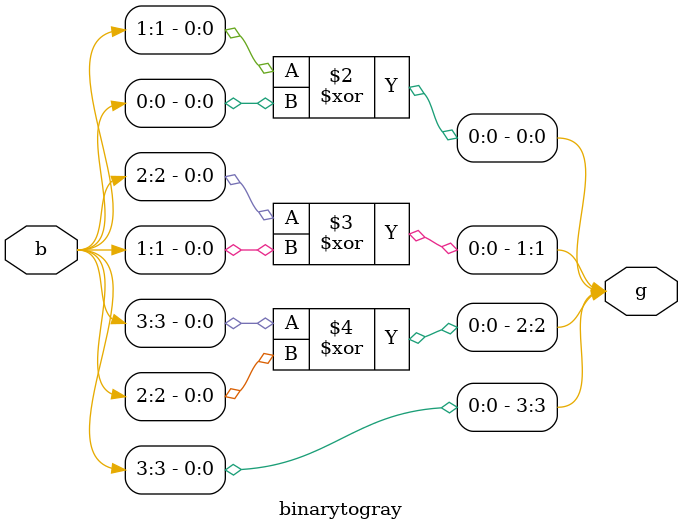
<source format=v>
module binarytogray(
    input [3:0] b,       
    output reg[3:0] g       
    );
 always@(b)
 begin
 g[0]=b[1]^b[0];   
 g[1]=b[2]^b[1];
 g[2]=b[3]^b[2];
 g[3]=b[3];
 end
endmodule

</source>
